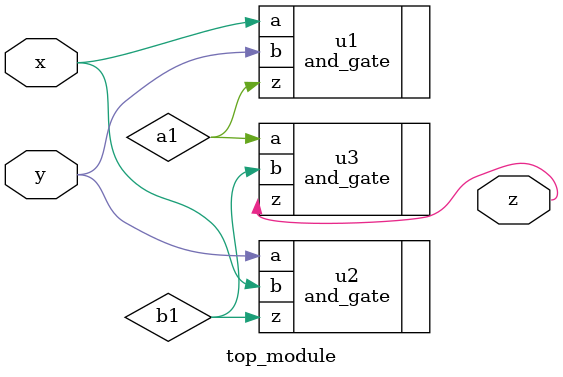
<source format=sv>
module top_module(
	input x,
	input y,
	output z);
	
	// Gates
	wire a1, b1, a2, b2, a3, b3;
	
	// First gate
	and_gate u1(
		.a(x),
		.b(y),
		.z(a1)
	);
	
	// Second gate
	and_gate u2(
		.a(y),
		.b(x),
		.z(b1)
	);
	
	// Third gate
	and_gate u3(
		.a(a1),
		.b(b1),
		.z(z)
	);
	
endmodule

</source>
